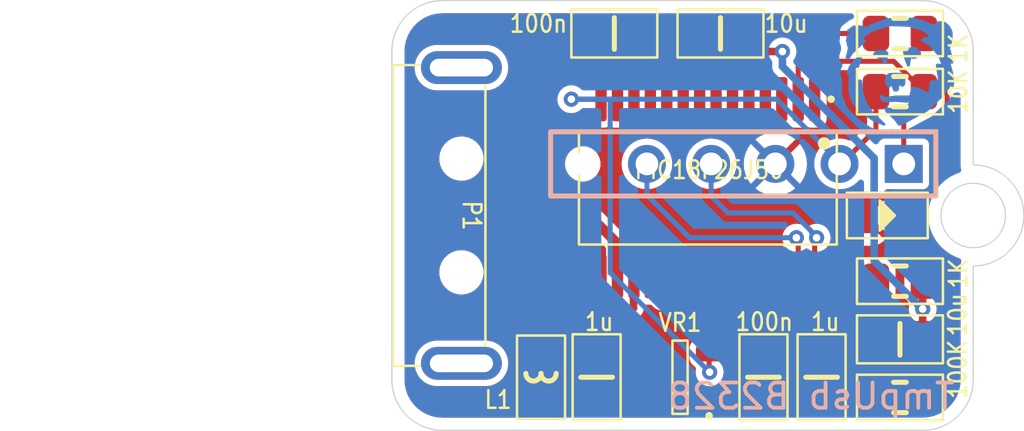
<source format=kicad_pcb>
(kicad_pcb (version 20221018) (generator pcbnew)
  (layers (0 "F.Cu" signal) (31 "B.Cu" signal) (34 "B.Paste" user) (35 "F.Paste" user) (36 "B.SilkS" user "B.Silkscreen") (37 "F.SilkS" user "F.Silkscreen") (38 "B.Mask" user) (39 "F.Mask" user) (44 "Edge.Cuts" user))
  (net 0 "")
  (net 1 "USB_D+")
  (net 2 "USB_D-")
  (net 3 "GND")
  (net 4 "CAP")
  (net 5 "CAP_POWER")
  (net 6 "ICSP_VPP")
  (net 7 "VCAP")
  (net 8 "LED")
  (net 9 "LED'")
  (net 10 "VCC")
  (net 11 "+3.3V")
  (net 12 "+5V")
  (net 13 "ICSP_PGD")
  (net 14 "ICSP_PGC")
  (footprint "Medo64-SMD:R (0805)" (layer "F.Cu") (at 40.1 35.7 180)
    (fp_text reference "R4" hide)
    (fp_text value "100K" (at -1.871 1.113 90 unlocked) (layer "F.SilkS") (effects (font (size 0.7 0.6) (thickness 0.1)) (justify top)))
    (fp_line (start -0.25 -0.6) (end 0.25 -0.6) (stroke (width 0.2)) (layer "F.SilkS"))
    (fp_line (start -0.25 0.6) (end 0.25 0.6) (stroke (width 0.2)) (layer "F.SilkS"))
    (fp_rect (start -1.7 -0.9) (end 1.7 0.9) (stroke (width 0.1)) (fill none) (layer "F.SilkS"))
    (pad "1" smd roundrect (at -0.95 0 180) (size 1.05 1.4) (layers "F.Cu" "F.Paste" "F.Mask") (net 4 "CAP"))
    (pad "2" smd roundrect (at 0.95 0 180) (size 1.05 1.4) (layers "F.Cu" "F.Paste" "F.Mask") (net 3 "GND"))
  )
  (footprint "Medo64-SMD:L Ferrite (0805)" (layer "F.Cu") (at 25.9 34.9 -90)
    (fp_text reference "L1" (at 1.3 1.7 unlocked) (layer "F.SilkS") (effects (font (size 0.7 0.6) (thickness 0.1)) (justify bottom)))
    (fp_text value "40R" hide)
    (fp_rect (start -1.65 -0.95) (end 1.65 0.95) (stroke (width 0.1)) (fill none) (layer "F.SilkS"))
    (fp_arc (start -0.15 -0.6) (mid 0.15 -0.3) (end -0.15 0) (stroke (width 0.2)) (layer "F.SilkS"))
    (fp_arc (start -0.15 0) (mid 0.15 0.3) (end -0.15 0.6) (stroke (width 0.2)) (layer "F.SilkS"))
    (pad "1" smd roundrect (at -0.85 0 270) (size 1.05 1.4) (layers "F.Cu" "F.Paste" "F.Mask") (net 10 "VCC"))
    (pad "2" smd roundrect (at 0.85 0 270) (size 1.05 1.4) (layers "F.Cu" "F.Paste" "F.Mask") (net 12 "+5V"))
  )
  (footprint "Medo64-SMD:R (0805)" (layer "F.Cu") (at 40.1 21.3)
    (fp_text reference "R1" hide)
    (fp_text value "1K" (at 1.9 0.6 90 unlocked) (layer "F.SilkS") (effects (font (size 0.7 0.6) (thickness 0.1)) (justify top)))
    (fp_line (start -0.25 -0.6) (end 0.25 -0.6) (stroke (width 0.2)) (layer "F.SilkS"))
    (fp_line (start -0.25 0.6) (end 0.25 0.6) (stroke (width 0.2)) (layer "F.SilkS"))
    (fp_rect (start -1.7 -0.9) (end 1.7 0.9) (stroke (width 0.1)) (fill none) (layer "F.SilkS"))
    (pad "1" smd roundrect (at -0.95 0) (size 1.05 1.4) (layers "F.Cu" "F.Paste" "F.Mask") (net 8 "LED"))
    (pad "2" smd roundrect (at 0.95 0) (size 1.05 1.4) (layers "F.Cu" "F.Paste" "F.Mask") (net 9 "LED'"))
  )
  (footprint "Medo64-SMD:DS (0805)" (layer "F.Cu") (at 39.6 28.5 180)
    (fp_text reference "DS1" hide)
    (fp_text value "ACT" hide)
    (fp_rect (start -1.6 -0.9) (end 1.6 0.9) (stroke (width 0.1)) (fill none) (layer "F.SilkS"))
    (fp_poly (pts (xy -0.3 0) (xy 0.3 -0.6) (xy 0.3 0.6)) (stroke (width 0.1)) (fill solid) (layer "F.SilkS"))
    (pad "1" smd roundrect (at -0.9 0 180) (size 1 1.4) (layers "F.Cu" "F.Paste" "F.Mask") (net 9 "LED'"))
    (pad "2" smd roundrect (at 0.9 0 180) (size 1 1.4) (layers "F.Cu" "F.Paste" "F.Mask") (net 3 "GND"))
  )
  (footprint "Medo64-SMD:C (0805)" (layer "F.Cu") (at 33 21.3 180)
    (fp_text reference "C5" hide)
    (fp_text value "10u" (at -2.6 0.8 unlocked) (layer "F.SilkS") (effects (font (size 0.7 0.6) (thickness 0.1)) (justify top)))
    (fp_line (start 0 -0.625) (end 0 0.625) (stroke (width 0.2)) (layer "F.SilkS"))
    (fp_rect (start -1.7 -0.95) (end 1.7 0.95) (stroke (width 0.1)) (fill none) (layer "F.SilkS"))
    (pad "1" smd roundrect (at -0.9 0 180) (size 1.15 1.45) (layers "F.Cu" "F.Paste" "F.Mask") (net 7 "VCAP"))
    (pad "2" smd roundrect (at 0.9 0 180) (size 1.15 1.45) (layers "F.Cu" "F.Paste" "F.Mask") (net 3 "GND"))
  )
  (footprint "Medo64-SMD:C (0805)" (layer "F.Cu") (at 34.7 34.9 -90)
    (fp_text reference "C1" hide)
    (fp_text value "100n" (at -2.599 -0.032 unlocked) (layer "F.SilkS") (effects (font (size 0.7 0.6) (thickness 0.1)) (justify top)))
    (fp_line (start 0 -0.625) (end 0 0.625) (stroke (width 0.2)) (layer "F.SilkS"))
    (fp_rect (start -1.7 -0.95) (end 1.7 0.95) (stroke (width 0.1)) (fill none) (layer "F.SilkS"))
    (pad "1" smd roundrect (at -0.9 0 270) (size 1.15 1.45) (layers "F.Cu" "F.Paste" "F.Mask") (net 11 "+3.3V"))
    (pad "2" smd roundrect (at 0.9 0 270) (size 1.15 1.45) (layers "F.Cu" "F.Paste" "F.Mask") (net 3 "GND"))
  )
  (footprint "Medo64-SMD:C (0805)" (layer "F.Cu") (at 28.1 34.9 90)
    (fp_text reference "C3" hide)
    (fp_text value "1u" (at 2.6 0.1 unlocked) (layer "F.SilkS") (effects (font (size 0.7 0.6) (thickness 0.1)) (justify top)))
    (fp_line (start 0 -0.625) (end 0 0.625) (stroke (width 0.2)) (layer "F.SilkS"))
    (fp_rect (start -1.7 -0.95) (end 1.7 0.95) (stroke (width 0.1)) (fill none) (layer "F.SilkS"))
    (pad "1" smd roundrect (at -0.9 0 90) (size 1.15 1.45) (layers "F.Cu" "F.Paste" "F.Mask") (net 12 "+5V"))
    (pad "2" smd roundrect (at 0.9 0 90) (size 1.15 1.45) (layers "F.Cu" "F.Paste" "F.Mask") (net 3 "GND"))
  )
  (footprint "Medo64-SMD:P USB 2.0 (4w)" (layer "F.Cu") (at 22.75 28.5 -90)
    (fp_text reference "P1" (at 0 0 -90 unlocked) (layer "F.SilkS") (effects (font (size 0.7 0.6) (thickness 0.1)) (justify bottom)))
    (fp_text value "48037-2200" hide)
    (fp_line (start -5.95 1.65) (end -5.95 2.7) (stroke (width 0.1)) (layer "F.SilkS"))
    (fp_line (start -5.95 2.7) (end 5.95 2.7) (stroke (width 0.1)) (layer "F.SilkS"))
    (fp_line (start -5.15 -0.95) (end 5.15 -0.95) (stroke (width 0.1)) (layer "F.SilkS"))
    (fp_line (start 5.95 1.65) (end 5.95 2.7) (stroke (width 0.1)) (layer "F.SilkS"))
    (pad "" np_thru_hole circle (at -2.25 0 270) (size 1.25 1.25) (drill 1.25) (layers "F&B.Cu" "*.Mask"))
    (pad "" np_thru_hole circle (at 2.25 0 270) (size 1.25 1.25) (drill 1.25) (layers "F&B.Cu" "*.Mask"))
    (pad "1" smd roundrect (at 3.5 -2.6 270) (size 1.2 2) (layers "F.Cu" "F.Paste" "F.Mask") (net 10 "VCC"))
    (pad "2" smd roundrect (at 1 -2.6 270) (size 1.2 2) (layers "F.Cu" "F.Paste" "F.Mask") (net 2 "USB_D-"))
    (pad "3" smd roundrect (at -1 -2.6 270) (size 1.2 2) (layers "F.Cu" "F.Paste" "F.Mask") (net 1 "USB_D+"))
    (pad "4" smd roundrect (at -3.5 -2.6 270) (size 1.2 2) (layers "F.Cu" "F.Paste" "F.Mask") (net 3 "GND"))
    (pad "5" thru_hole oval (at -5.85 0 270) (size 1.3 3.2) (drill oval 0.7 2.5) (layers "*.Cu" "*.Mask"))
    (pad "5" thru_hole oval (at 5.85 0 270) (size 1.3 3.2) (drill oval 0.7 2.5) (layers "*.Cu" "*.Mask"))
  )
  (footprint "Medo64-SMD:C (0805)" (layer "F.Cu") (at 40.1 33.4 180)
    (fp_text reference "C6" hide)
    (fp_text value "10u" (at -1.871 0.972 90 unlocked) (layer "F.SilkS") (effects (font (size 0.7 0.6) (thickness 0.1)) (justify top)))
    (fp_line (start 0 -0.625) (end 0 0.625) (stroke (width 0.2)) (layer "F.SilkS"))
    (fp_rect (start -1.7 -0.95) (end 1.7 0.95) (stroke (width 0.1)) (fill none) (layer "F.SilkS"))
    (pad "1" smd roundrect (at -0.9 0 180) (size 1.15 1.45) (layers "F.Cu" "F.Paste" "F.Mask") (net 4 "CAP"))
    (pad "2" smd roundrect (at 0.9 0 180) (size 1.15 1.45) (layers "F.Cu" "F.Paste" "F.Mask") (net 3 "GND"))
  )
  (footprint "Medo64-SMD:VR LDO MCP1700 (SOT23-3)" (layer "F.Cu") (at 31.4 34.9 90)
    (fp_text reference "VR1" (at 1.75 0 unlocked) (layer "F.SilkS") (effects (font (size 0.7 0.6) (thickness 0.1)) (justify bottom)))
    (fp_text value "MCP1700" hide)
    (fp_rect (start -1.45 -0.3) (end 1.45 0.3) (stroke (width 0.1)) (fill none) (layer "F.SilkS"))
    (fp_circle (center -1.525 1.15) (end -1.425 1.15) (stroke (width 0.1)) (fill solid) (layer "F.SilkS"))
    (pad "1" smd roundrect (at -0.95 1.15 90) (size 0.65 1.05) (layers "F.Cu" "F.Paste" "F.Mask") (net 3 "GND"))
    (pad "2" smd roundrect (at 0.95 1.15 90) (size 0.65 1.05) (layers "F.Cu" "F.Paste" "F.Mask") (net 11 "+3.3V"))
    (pad "3" smd roundrect (at 0 -1.15 90) (size 0.65 1.05) (layers "F.Cu" "F.Paste" "F.Mask") (net 12 "+5V"))
  )
  (footprint "Medo64-SMD:C (0805)" (layer "F.Cu") (at 37 34.9 -90)
    (fp_text reference "C4" hide)
    (fp_text value "1u" (at -2.6 -0.145 unlocked) (layer "F.SilkS") (effects (font (size 0.7 0.6) (thickness 0.1)) (justify top)))
    (fp_line (start 0 -0.625) (end 0 0.625) (stroke (width 0.2)) (layer "F.SilkS"))
    (fp_rect (start -1.7 -0.95) (end 1.7 0.95) (stroke (width 0.1)) (fill none) (layer "F.SilkS"))
    (pad "1" smd roundrect (at -0.9 0 270) (size 1.15 1.45) (layers "F.Cu" "F.Paste" "F.Mask") (net 11 "+3.3V"))
    (pad "2" smd roundrect (at 0.9 0 270) (size 1.15 1.45) (layers "F.Cu" "F.Paste" "F.Mask") (net 3 "GND"))
  )
  (footprint "Medo64-SMD:R (0805)" (layer "F.Cu") (at 40.1 23.6)
    (fp_text reference "R3" hide)
    (fp_text value "10K" (at 1.9 0 90 unlocked) (layer "F.SilkS") (effects (font (size 0.7 0.6) (thickness 0.1)) (justify top)))
    (fp_line (start -0.25 -0.6) (end 0.25 -0.6) (stroke (width 0.2)) (layer "F.SilkS"))
    (fp_line (start -0.25 0.6) (end 0.25 0.6) (stroke (width 0.2)) (layer "F.SilkS"))
    (fp_rect (start -1.7 -0.9) (end 1.7 0.9) (stroke (width 0.1)) (fill none) (layer "F.SilkS"))
    (pad "1" smd roundrect (at -0.95 0) (size 1.05 1.4) (layers "F.Cu" "F.Paste" "F.Mask") (net 11 "+3.3V"))
    (pad "2" smd roundrect (at 0.95 0) (size 1.05 1.4) (layers "F.Cu" "F.Paste" "F.Mask") (net 6 "ICSP_VPP"))
  )
  (footprint "Medo64-SMD:U Micro PIC18F26J50 (SSOP-28)" (layer "F.Cu") (at 32.5 27.4 -90)
    (fp_text reference "U1" hide)
    (fp_text value "PIC18F26J50" (at -0.7 -0.05 unlocked) (layer "F.SilkS") (effects (font (size 0.7 0.6) (thickness 0.1))))
    (fp_rect (start -2.25 -5.1) (end 2.25 5.1) (stroke (width 0.1)) (fill none) (layer "F.SilkS"))
    (fp_circle (center -3.5 -4.875) (end -3.4 -4.875) (stroke (width 0.1)) (fill solid) (layer "F.SilkS"))
    (fp_circle (center -1.75 -4.6) (end -1.55 -4.6) (stroke (width 0.1)) (fill solid) (layer "F.SilkS"))
    (pad "1" smd roundrect (at -3.5 -4.225 270) (size 1.75 0.45) (layers "F.Cu" "F.Paste" "F.Mask") (net 6 "ICSP_VPP"))
    (pad "2" smd roundrect (at -3.5 -3.575 270) (size 1.75 0.45) (layers "F.Cu" "F.Paste" "F.Mask") (net 8 "LED"))
    (pad "3" smd roundrect (at -3.5 -2.925 270) (size 1.75 0.45) (layers "F.Cu" "F.Paste" "F.Mask"))
    (pad "4" smd roundrect (at -3.5 -2.275 270) (size 1.75 0.45) (layers "F.Cu" "F.Paste" "F.Mask"))
    (pad "5" smd roundrect (at -3.5 -1.625 270) (size 1.75 0.45) (layers "F.Cu" "F.Paste" "F.Mask") (net 4 "CAP"))
    (pad "6" smd roundrect (at -3.5 -0.975 270) (size 1.75 0.45) (layers "F.Cu" "F.Paste" "F.Mask") (net 7 "VCAP"))
    (pad "7" smd roundrect (at -3.5 -0.325 270) (size 1.75 0.45) (layers "F.Cu" "F.Paste" "F.Mask"))
    (pad "8" smd roundrect (at -3.5 0.325 270) (size 1.75 0.45) (layers "F.Cu" "F.Paste" "F.Mask") (net 3 "GND"))
    (pad "9" smd roundrect (at -3.5 0.975 270) (size 1.75 0.45) (layers "F.Cu" "F.Paste" "F.Mask"))
    (pad "10" smd roundrect (at -3.5 1.625 270) (size 1.75 0.45) (layers "F.Cu" "F.Paste" "F.Mask"))
    (pad "11" smd roundrect (at -3.5 2.275 270) (size 1.75 0.45) (layers "F.Cu" "F.Paste" "F.Mask"))
    (pad "12" smd roundrect (at -3.5 2.925 270) (size 1.75 0.45) (layers "F.Cu" "F.Paste" "F.Mask"))
    (pad "13" smd roundrect (at -3.5 3.575 270) (size 1.75 0.45) (layers "F.Cu" "F.Paste" "F.Mask"))
    (pad "14" smd roundrect (at -3.5 4.225 270) (size 1.75 0.45) (layers "F.Cu" "F.Paste" "F.Mask") (net 11 "+3.3V"))
    (pad "15" smd roundrect (at 3.5 4.225 270) (size 1.75 0.45) (layers "F.Cu" "F.Paste" "F.Mask") (net 2 "USB_D-"))
    (pad "16" smd roundrect (at 3.5 3.575 270) (size 1.75 0.45) (layers "F.Cu" "F.Paste" "F.Mask") (net 1 "USB_D+"))
    (pad "17" smd roundrect (at 3.5 2.925 270) (size 1.75 0.45) (layers "F.Cu" "F.Paste" "F.Mask") (net 10 "VCC"))
    (pad "18" smd roundrect (at 3.5 2.275 270) (size 1.75 0.45) (layers "F.Cu" "F.Paste" "F.Mask"))
    (pad "19" smd roundrect (at 3.5 1.625 270) (size 1.75 0.45) (layers "F.Cu" "F.Paste" "F.Mask") (net 3 "GND"))
    (pad "20" smd roundrect (at 3.5 0.975 270) (size 1.75 0.45) (layers "F.Cu" "F.Paste" "F.Mask") (net 11 "+3.3V"))
    (pad "21" smd roundrect (at 3.5 0.325 270) (size 1.75 0.45) (layers "F.Cu" "F.Paste" "F.Mask"))
    (pad "22" smd roundrect (at 3.5 -0.325 270) (size 1.75 0.45) (layers "F.Cu" "F.Paste" "F.Mask"))
    (pad "23" smd roundrect (at 3.5 -0.975 270) (size 1.75 0.45) (layers "F.Cu" "F.Paste" "F.Mask"))
    (pad "24" smd roundrect (at 3.5 -1.625 270) (size 1.75 0.45) (layers "F.Cu" "F.Paste" "F.Mask") (net 5 "CAP_POWER"))
    (pad "25" smd roundrect (at 3.5 -2.275 270) (size 1.75 0.45) (layers "F.Cu" "F.Paste" "F.Mask"))
    (pad "26" smd roundrect (at 3.5 -2.925 270) (size 1.75 0.45) (layers "F.Cu" "F.Paste" "F.Mask"))
    (pad "27" smd roundrect (at 3.5 -3.575 270) (size 1.75 0.45) (layers "F.Cu" "F.Paste" "F.Mask") (net 14 "ICSP_PGC"))
    (pad "28" smd roundrect (at 3.5 -4.225 270) (size 1.75 0.45) (layers "F.Cu" "F.Paste" "F.Mask") (net 13 "ICSP_PGD"))
  )
  (footprint "Medo64-SMD:C (0805)" (layer "F.Cu") (at 28.8 21.3)
    (fp_text reference "C2" hide)
    (fp_text value "100n" (at -3 -0.8 unlocked) (layer "F.SilkS") (effects (font (size 0.7 0.6) (thickness 0.1)) (justify top)))
    (fp_line (start 0 -0.625) (end 0 0.625) (stroke (width 0.2)) (layer "F.SilkS"))
    (fp_rect (start -1.7 -0.95) (end 1.7 0.95) (stroke (width 0.1)) (fill none) (layer "F.SilkS"))
    (pad "1" smd roundrect (at -0.9 0) (size 1.15 1.45) (layers "F.Cu" "F.Paste" "F.Mask") (net 11 "+3.3V"))
    (pad "2" smd roundrect (at 0.9 0) (size 1.15 1.45) (layers "F.Cu" "F.Paste" "F.Mask") (net 3 "GND"))
  )
  (footprint "Medo64-SMD:R (0805)" (layer "F.Cu") (at 40.1 31.1)
    (fp_text reference "R2" hide)
    (fp_text value "1K" (at 1.9 -0.3 90 unlocked) (layer "F.SilkS") (effects (font (size 0.7 0.6) (thickness 0.1)) (justify top)))
    (fp_line (start -0.25 -0.6) (end 0.25 -0.6) (stroke (width 0.2)) (layer "F.SilkS"))
    (fp_line (start -0.25 0.6) (end 0.25 0.6) (stroke (width 0.2)) (layer "F.SilkS"))
    (fp_rect (start -1.7 -0.9) (end 1.7 0.9) (stroke (width 0.1)) (fill none) (layer "F.SilkS"))
    (pad "1" smd roundrect (at -0.95 0) (size 1.05 1.4) (layers "F.Cu" "F.Paste" "F.Mask") (net 5 "CAP_POWER"))
    (pad "2" smd roundrect (at 0.95 0) (size 1.05 1.4) (layers "F.Cu" "F.Paste" "F.Mask") (net 4 "CAP"))
  )
  (footprint "Medo64-SMD:Z Icon [Medo64]" (layer "B.Cu") (at 40.1 22.8 180)
    (fp_text reference "Z?" hide)
    (fp_text value "Medo64" hide)
    (fp_poly (pts (xy 0.569 0.353) (xy 0.506 0.707) (xy 0.554 0.778) (xy 0.719 0.8) (xy 0.885 0.786) (xy 0.979 0.733) (xy 1.012 0.682) (xy 0.902 0.659) (xy 0.892 0.612) (xy 0.793 0.5) (xy 0.659 0.583) (xy 0.647 0.581) (xy 0.632 0.391) (xy 0.622 0.353) (xy 0.592 0.334)) (stroke (width 0.1)) (fill solid) (layer "B.Cu"))
    (fp_poly (pts (xy -0.347 0.253) (xy -0.412 0.648) (xy -0.502 0.544) (xy -0.626 0.56) (xy -0.646 0.595) (xy -0.654 0.695) (xy -0.79 0.696) (xy -0.777 0.752) (xy -0.709 0.806) (xy -0.594 0.838) (xy -0.594 0.861) (xy -0.645 0.874) (xy -0.654 0.893) (xy -0.626 0.915) (xy -0.491 0.913) (xy -0.267 0.874) (xy -0.168 0.787) (xy -0.23 0.486) (xy -0.331 0.233) (xy -0.339 0.24)) (stroke (width 0.1)) (fill solid) (layer "B.Cu"))
    (fp_poly (pts (xy 0.115 -0.742) (xy 0.0899 -0.706) (xy 0.0781 -0.566) (xy 0.0622 -0.52) (xy 0.00798 -0.502) (xy -0.097 -0.566) (xy -0.155 -0.508) (xy -0.174 -0.31) (xy -0.101 -0.133) (xy -0.0361 -0.108) (xy 0.168 -0.103) (xy 0.347 -0.109) (xy 0.44 -0.12) (xy 0.515 -0.205) (xy 0.54 -0.36) (xy 0.533 -0.466) (xy 0.5 -0.535) (xy 0.431 -0.596) (xy 0.384 -0.562) (xy 0.365 -0.53) (xy 0.342 -0.512) (xy 0.286 -0.53) (xy 0.257 -0.652) (xy 0.212 -0.749)) (stroke (width 0.1)) (fill solid) (layer "B.Cu"))
    (fp_poly (pts (xy 1.137 -1.588) (xy 1.377 -1.227) (xy 1.493 -0.853) (xy 1.544 -0.455) (xy 1.551 -0.378) (xy 1.595 -0.367) (xy 1.649 -0.379) (xy 1.781 -0.45) (xy 1.801 -0.39) (xy 1.761 -0.0848) (xy 1.586 0.417) (xy 1.555 0.511) (xy 1.55 0.558) (xy 1.648 0.527) (xy 1.79 0.423) (xy 1.958 0.207) (xy 2.045 -0.013) (xy 2.05 -0.076) (xy 1.964 -0.0819) (xy 1.999 -0.548) (xy 1.973 -0.89) (xy 1.846 -1.245) (xy 1.444 -1.662) (xy 1.007 -1.949) (xy 0.62 -2.1)) (stroke (width 0.1)) (fill solid) (layer "B.Cu"))
    (fp_poly (pts (xy -0.162 -2.027) (xy -1.067 -1.539) (xy -1.715 -0.923) (xy -1.847 -0.71) (xy -1.921 -0.519) (xy -2.079 -0.567) (xy -2.095 -0.469) (xy -2.062 -0.0937) (xy -1.952 0.314) (xy -1.982 0.367) (xy -2.06 0.354) (xy -2.077 0.422) (xy -1.93 0.912) (xy -2.032 1.227) (xy -2.034 1.544) (xy -1.998 1.647) (xy -1.903 1.796) (xy -1.782 1.9) (xy -1.695 1.941) (xy -1.468 1.93) (xy -1.663 1.801) (xy -1.722 1.753) (xy -1.784 1.659) (xy -1.735 1.66) (xy -1.576 1.778) (xy -1.371 1.817) (xy -1.254 1.827) (xy -1.134 1.877) (xy -0.852 1.987) (xy -0.528 2.073) (xy -0.0731 2.1) (xy 0.509 2.05) (xy 1.073 1.842) (xy 1.317 1.73) (xy 1.649 1.779) (xy 1.837 1.763) (xy 2.065 1.59) (xy 1.802 1.633) (xy 1.67 1.615) (xy 1.959 1.505) (xy 2.067 1.378) (xy 2.085 1.212) (xy 2.009 0.915) (xy 2.099 0.563) (xy 2.055 0.501) (xy 1.891 0.746) (xy 1.396 1.198) (xy 1.522 1.254) (xy 1.413 1.428) (xy 1.101 1.627) (xy 0.403 1.839) (xy -0.366 1.813) (xy -0.919 1.642) (xy -1.209 1.43) (xy -1.227 1.366) (xy -0.981 1.3) (xy -0.886 1.23) (xy -1.21 1.035) (xy -1.558 0.628) (xy -1.682 0.293) (xy -1.663 0.238) (xy -1.492 0.262) (xy -1.468 0.242) (xy -1.547 -0.268) (xy -1.529 -0.375) (xy -1.464 -0.408) (xy -1.339 -0.39) (xy -1.231 -0.419) (xy -1.16 -0.905) (xy -0.625 -0.656) (xy -0.494 -0.655) (xy -0.414 -1.002) (xy 0.18 -1.002) (xy 0.561 -1.064) (xy 0.751 -0.985) (xy 0.746 -1.053) (xy 0.624 -1.17) (xy 0.142 -1.154) (xy -0.23 -1.188) (xy -0.449 -1.178) (xy -0.342 -1.347) (xy -0.189 -1.45) (xy -0.0588 -1.5) (xy 0.291 -1.511) (xy 0.537 -1.463) (xy 0.568 -1.475) (xy 0.523 -1.584) (xy 0.188 -1.888) (xy 0.0332 -2.1)) (stroke (width 0.1)) (fill solid) (layer "B.Cu"))
  )
  (footprint "Medo64-THD:J ICSP PIC Pogo (6*w)" (layer "B.Cu") (at 33.9 26.459 180)
    (fp_text reference "" hide)
    (fp_text value "J ICSP PIC Pogo (~{6}w)" hide)
    (fp_rect (start -7.62 1.27) (end 7.62 -1.27) (stroke (width 0.2)) (fill none) (layer "B.SilkS"))
    (pad "" np_thru_hole circle (at 6.35 0 180) (size 0.9 0.9) (drill 0.9) (layers "F&B.Cu" "*.Mask"))
    (pad "1" thru_hole rect (at -6.35 0 180) (size 1.5 1.5) (drill 0.9) (layers "*.Cu" "B.Mask") (net 6 "ICSP_VPP"))
    (pad "2" thru_hole circle (at -3.81 0 180) (size 1.5 1.5) (drill 0.9) (layers "*.Cu" "B.Mask") (net 11 "+3.3V"))
    (pad "3" thru_hole circle (at -1.27 0 180) (size 1.5 1.5) (drill 0.9) (layers "*.Cu" "B.Mask") (net 3 "GND"))
    (pad "4" thru_hole circle (at 1.27 0 180) (size 1.5 1.5) (drill 0.9) (layers "*.Cu" "B.Mask") (net 13 "ICSP_PGD"))
    (pad "5" thru_hole circle (at 3.81 0 180) (size 1.5 1.5) (drill 0.9) (layers "*.Cu" "B.Mask") (net 14 "ICSP_PGC"))
  )
  (gr_arc (start 43 35) (mid 42.414214 36.414214) (end 41 37) (stroke (width 0.05)) (layer "Edge.Cuts"))
  (gr_arc (start 22 37) (mid 20.585786 36.414214) (end 20 35) (stroke (width 0.05)) (layer "Edge.Cuts"))
  (gr_arc (start 43 26.5) (mid 45 28.5) (end 43 30.5) (stroke (width 0.05)) (layer "Edge.Cuts"))
  (gr_arc (start 20 22) (mid 20.585786 20.585786) (end 22 20) (stroke (width 0.05)) (layer "Edge.Cuts"))
  (gr_line (start 43 30.5) (end 43 35) (stroke (width 0.05)) (layer "Edge.Cuts"))
  (gr_line (start 43 22) (end 43 26.5) (stroke (width 0.05)) (layer "Edge.Cuts"))
  (gr_circle (center 43 28.5) (end 44.275 28.5) (stroke (width 0.05)) (fill none) (layer "Edge.Cuts"))
  (gr_line (start 20 22) (end 20 35) (stroke (width 0.05)) (layer "Edge.Cuts"))
  (gr_line (start 22 37) (end 41 37) (stroke (width 0.05)) (layer "Edge.Cuts"))
  (gr_arc (start 41 20) (mid 42.414214 20.585786) (end 43 22) (stroke (width 0.05)) (layer "Edge.Cuts"))
  (gr_line (start 22 20) (end 41 20) (stroke (width 0.05)) (layer "Edge.Cuts"))
  (gr_text "TmpUsb B2328" (at 42.352 36.238) (layer "B.SilkS") (effects (font (size 1 1)) (justify left bottom mirror)))
  (segment (start 25.874 27.6) (end 25.4 27.6) (width 0.4) (layer "F.Cu") (net 1))
  (segment (start 28.925 29.615) (end 27.801 28.491) (width 0.4) (layer "F.Cu") (net 1))
  (segment (start 27.801 28.491) (end 26.765 28.491) (width 0.4) (layer "F.Cu") (net 1))
  (segment (start 28.925 30.5) (end 28.925 29.615) (width 0.4) (layer "F.Cu") (net 1))
  (segment (start 26.765 28.491) (end 25.874 27.6) (width 0.4) (layer "F.Cu") (net 1))
  (segment (start 28.275 29.865) (end 28.275 30.5) (width 0.4) (layer "F.Cu") (net 2))
  (segment (start 25.3 29.5) (end 25.674 29.126) (width 0.4) (layer "F.Cu") (net 2))
  (segment (start 25.674 29.126) (end 27.536 29.126) (width 0.4) (layer "F.Cu") (net 2))
  (segment (start 27.536 29.126) (end 28.275 29.865) (width 0.4) (layer "F.Cu") (net 2))
  (segment (start 37 35.8) (end 39.05 35.8) (width 0.2) (layer "F.Cu") (net 3))
  (segment (start 32.175 23.5) (end 32.175 21.375) (width 0.2) (layer "F.Cu") (net 3))
  (segment (start 27.716 25.316) (end 27.4 25) (width 0.2) (layer "F.Cu") (net 3))
  (segment (start 31.28 35.85) (end 32.55 35.85) (width 0.2) (layer "F.Cu") (net 3))
  (segment (start 30.875 34) (end 28.1 34) (width 0.2) (layer "F.Cu") (net 3))
  (segment (start 30.875 30.9) (end 30.875 34) (width 0.2) (layer "F.Cu") (net 3))
  (segment (start 28.1 34) (end 31.28 34) (width 0.2) (layer "F.Cu") (net 3))
  (segment (start 31.28 34) (end 31.28 35.85) (width 0.2) (layer "F.Cu") (net 3))
  (segment (start 38.7 28.5) (end 40.1 29.9) (width 0.2) (layer "F.Cu") (net 3))
  (segment (start 32.192 25.316) (end 31.991 25.316) (width 0.2) (layer "F.Cu") (net 3))
  (segment (start 32.175 25.299) (end 32.192 25.316) (width 0.2) (layer "F.Cu") (net 3))
  (segment (start 34.027 25.316) (end 32.192 25.316) (width 0.2) (layer "F.Cu") (net 3))
  (segment (start 32.175 23.9) (end 32.175 25.299) (width 0.2) (layer "F.Cu") (net 3))
  (segment (start 32.55 35.85) (end 34.65 35.85) (width 0.2) (layer "F.Cu") (net 3))
  (segment (start 34.7 35.8) (end 37 35.8) (width 0.2) (layer "F.Cu") (net 3))
  (segment (start 40.1 32.5) (end 39.2 33.4) (width 0.2) (layer "F.Cu") (net 3))
  (segment (start 39.2 33.4) (end 39.2 35.65) (width 0.2) (layer "F.Cu") (net 3))
  (segment (start 31.416637 26.980363) (end 31.416637 25.316) (width 0.2) (layer "F.Cu") (net 3))
  (segment (start 30.875 27.522) (end 31.416637 26.980363) (width 0.2) (layer "F.Cu") (net 3))
  (segment (start 27.4 25) (end 25.3 25) (width 0.2) (layer "F.Cu") (net 3))
  (segment (start 30.875 30.9) (end 30.875 27.522) (width 0.2) (layer "F.Cu") (net 3))
  (segment (start 32.1 21.3) (end 29.7 21.3) (width 0.2) (layer "F.Cu") (net 3))
  (segment (start 40.1 29.9) (end 40.1 32.5) (width 0.2) (layer "F.Cu") (net 3))
  (segment (start 31.991 25.316) (end 27.716 25.316) (width 0.2) (layer "F.Cu") (net 3))
  (segment (start 35.17 26.459) (end 34.027 25.316) (width 0.2) (layer "F.Cu") (net 3))
  (segment (start 31.416637 25.316) (end 31.991 25.316) (width 0.2) (layer "F.Cu") (net 3))
  (segment (start 41 33.4) (end 41 31.15) (width 0.3) (layer "F.Cu") (net 4))
  (segment (start 41 32.2) (end 41 31.15) (width 0.3) (layer "F.Cu") (net 4))
  (segment (start 34.125 22.725) (end 34.125 23.9) (width 0.3) (layer "F.Cu") (net 4))
  (segment (start 41.05 35.7) (end 41.05 33.45) (width 0.3) (layer "F.Cu") (net 4))
  (segment (start 34.836 22.014) (end 34.125 22.725) (width 0.3) (layer "F.Cu") (net 4))
  (segment (start 35.45 22.014) (end 34.836 22.014) (width 0.3) (layer "F.Cu") (net 4))
  (via (at 41 32.2) (size 0.6) (drill 0.3) (layers "F.Cu" "B.Cu") (net 4))
  (via (at 35.45 22.014) (size 0.6) (drill 0.3) (layers "F.Cu" "B.Cu") (net 4))
  (segment (start 40.98 32.2) (end 41 32.2) (width 0.3) (layer "B.Cu") (net 4))
  (segment (start 35.45 22.605) (end 39.08 26.235) (width 0.3) (layer "B.Cu") (net 4))
  (segment (start 39.08 26.235) (end 39.08 30.3) (width 0.3) (layer "B.Cu") (net 4))
  (segment (start 35.45 22.014) (end 35.45 22.605) (width 0.3) (layer "B.Cu") (net 4))
  (segment (start 39.08 30.3) (end 40.98 32.2) (width 0.3) (layer "B.Cu") (net 4))
  (segment (start 34.35 32.4) (end 38.025 32.4) (width 0.2) (layer "F.Cu") (net 5))
  (segment (start 34.125 30.9) (end 34.125 32.175) (width 0.2) (layer "F.Cu") (net 5))
  (segment (start 38.025 32.4) (end 39.15 31.275) (width 0.2) (layer "F.Cu") (net 5))
  (segment (start 34.125 32.175) (end 34.35 32.4) (width 0.2) (layer "F.Cu") (net 5))
  (segment (start 41.05 23.6) (end 39.85 22.4) (width 0.2) (layer "F.Cu") (net 6))
  (segment (start 40.25 24.4) (end 41.05 23.6) (width 0.2) (layer "F.Cu") (net 6))
  (segment (start 36.725 22.875) (end 36.725 23.5) (width 0.2) (layer "F.Cu") (net 6))
  (segment (start 40.25 26.459) (end 40.25 24.4) (width 0.2) (layer "F.Cu") (net 6))
  (segment (start 37.2 22.4) (end 36.725 22.875) (width 0.2) (layer "F.Cu") (net 6))
  (segment (start 39.85 22.4) (end 37.2 22.4) (width 0.2) (layer "F.Cu") (net 6))
  (segment (start 33.475 23.5) (end 33.475 21.725) (width 0.2) (layer "F.Cu") (net 7))
  (segment (start 37.4 21.3) (end 39.15 21.3) (width 0.2) (layer "F.Cu") (net 8))
  (segment (start 36.075 23.9) (end 36.075 22.625) (width 0.2) (layer "F.Cu") (net 8))
  (segment (start 36.075 22.625) (end 37.4 21.3) (width 0.2) (layer "F.Cu") (net 8))
  (segment (start 40.5 28.5) (end 40.5 28.309) (width 0.2) (layer "F.Cu") (net 9))
  (segment (start 41.971 22.221) (end 41.05 21.3) (width 0.2) (layer "F.Cu") (net 9))
  (segment (start 41.971 26.838) (end 41.971 22.221) (width 0.2) (layer "F.Cu") (net 9))
  (segment (start 40.5 28.309) (end 41.971 26.838) (width 0.2) (layer "F.Cu") (net 9))
  (segment (start 25.3 32) (end 25.3 33.65) (width 0.2) (layer "F.Cu") (net 10))
  (segment (start 25.3 33.65) (end 25.8 34.15) (width 0.2) (layer "F.Cu") (net 10))
  (segment (start 29.56 32.16) (end 29.56 30.99) (width 0.3) (layer "F.Cu") (net 10))
  (segment (start 25.77 32.42) (end 29.3 32.42) (width 0.3) (layer "F.Cu") (net 10))
  (segment (start 29.3 32.42) (end 29.56 32.16) (width 0.3) (layer "F.Cu") (net 10))
  (segment (start 32.55 34.68) (end 32.57 34.7) (width 0.2) (layer "F.Cu") (net 11))
  (segment (start 28.275 23.5) (end 28.275 21.675) (width 0.2) (layer "F.Cu") (net 11))
  (segment (start 32.55 33.95) (end 32.55 33.09) (width 0.2) (layer "F.Cu") (net 11))
  (segment (start 31.525 32.065) (end 31.525 30.9) (width 0.2) (layer "F.Cu") (net 11))
  (segment (start 27.1 23.9) (end 28.275 23.9) (width 0.2) (layer "F.Cu") (net 11))
  (segment (start 32.55 33.09) (end 31.525 32.065) (width 0.2) (layer "F.Cu") (net 11))
  (segment (start 34.7 34) (end 37 34) (width 0.2) (layer "F.Cu") (net 11))
  (segment (start 32.55 33.95) (end 32.55 34.68) (width 0.2) (layer "F.Cu") (net 11))
  (segment (start 37.71 26.459) (end 37.78 26.459) (width 0.2) (layer "F.Cu") (net 11))
  (segment (start 37.78 26.459) (end 39.15 25.089) (width 0.2) (layer "F.Cu") (net 11))
  (segment (start 32.55 33.95) (end 34.65 33.95) (width 0.2) (layer "F.Cu") (net 11))
  (segment (start 39.15 25.089) (end 39.15 23.6) (width 0.2) (layer "F.Cu") (net 11))
  (via (at 32.57 34.7) (size 0.6) (drill 0.3) (layers "F.Cu" "B.Cu") (net 11))
  (via (at 27.1 23.9) (size 0.6) (drill 0.3) (layers "F.Cu" "B.Cu") (net 11))
  (segment (start 27.1 23.9) (end 35.221 23.9) (width 0.2) (layer "B.Cu") (net 11))
  (segment (start 28.636 30.766) (end 28.636 23.9) (width 0.2) (layer "B.Cu") (net 11))
  (segment (start 28.636 23.9) (end 27.1 23.9) (width 0.2) (layer "B.Cu") (net 11))
  (segment (start 37.71 26.389) (end 37.71 26.459) (width 0.2) (layer "B.Cu") (net 11))
  (segment (start 35.221 23.9) (end 37.71 26.389) (width 0.2) (layer "B.Cu") (net 11))
  (segment (start 32.57 34.7) (end 28.636 30.766) (width 0.2) (layer "B.Cu") (net 11))
  (segment (start 29.35 35.8) (end 30.25 34.9) (width 0.2) (layer "F.Cu") (net 12))
  (segment (start 25.8 35.75) (end 28.05 35.75) (width 0.2) (layer "F.Cu") (net 12))
  (segment (start 28.1 35.8) (end 29.35 35.8) (width 0.2) (layer "F.Cu") (net 12))
  (segment (start 36.801503 29.38) (end 36.725 29.456503) (width 0.2) (layer "F.Cu") (net 13))
  (segment (start 36.725 29.456503) (end 36.725 30.9) (width 0.2) (layer "F.Cu") (net 13))
  (via (at 36.801503 29.38) (size 0.6) (drill 0.3) (layers "F.Cu" "B.Cu") (net 13))
  (segment (start 35.870529 28.4) (end 33.3 28.4) (width 0.2) (layer "B.Cu") (net 13))
  (segment (start 36.801503 29.38) (end 36.602 29.180497) (width 0.2) (layer "B.Cu") (net 13))
  (segment (start 33.3 28.4) (end 32.63 27.73) (width 0.2) (layer "B.Cu") (net 13))
  (segment (start 36.602 29.131471) (end 35.870529 28.4) (width 0.2) (layer "B.Cu") (net 13))
  (segment (start 36.602 29.180497) (end 36.602 29.131471) (width 0.2) (layer "B.Cu") (net 13))
  (segment (start 32.63 27.73) (end 32.63 26.459) (width 0.2) (layer "B.Cu") (net 13))
  (segment (start 36.075 30.9) (end 36.075 29.453) (width 0.2) (layer "F.Cu") (net 14))
  (segment (start 36.075 29.453) (end 36.002 29.38) (width 0.2) (layer "F.Cu") (net 14))
  (via (at 36.002 29.38) (size 0.6) (drill 0.3) (layers "F.Cu" "B.Cu") (net 14))
  (segment (start 30.09 27.69) (end 30.09 26.459) (width 0.2) (layer "B.Cu") (net 14))
  (segment (start 31.78 29.38) (end 30.09 27.69) (width 0.2) (layer "B.Cu") (net 14))
  (segment (start 36.002 29.38) (end 31.78 29.38) (width 0.2) (layer "B.Cu") (net 14))
  (zone (net 3) (net_name "GND") (layers "F&B.Cu") (connect_pads (clearance 0.25)) (min_thickness 0.25) (fill yes (thermal_gap 0.5) (thermal_bridge_width 0.25))
    (polygon (pts (xy 20 37) (xy 20 20) (xy 43 20) (xy 43 37)))
  )
)
</source>
